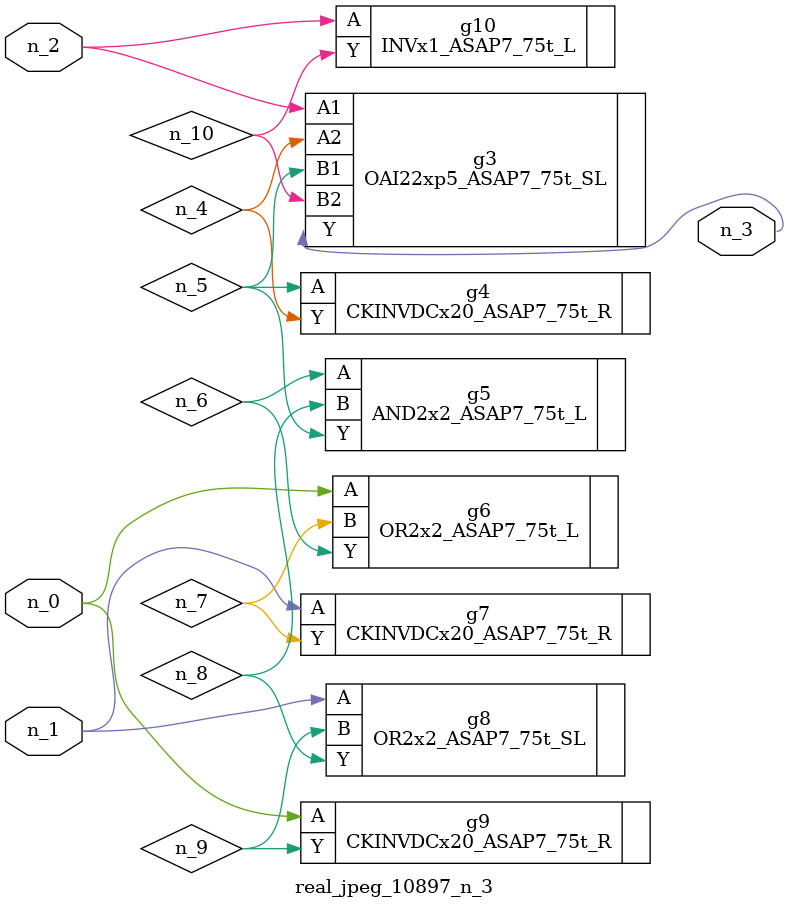
<source format=v>
module real_jpeg_10897_n_3 (n_1, n_0, n_2, n_3);

input n_1;
input n_0;
input n_2;

output n_3;

wire n_5;
wire n_4;
wire n_8;
wire n_6;
wire n_7;
wire n_10;
wire n_9;

OR2x2_ASAP7_75t_L g6 ( 
.A(n_0),
.B(n_7),
.Y(n_6)
);

CKINVDCx20_ASAP7_75t_R g9 ( 
.A(n_0),
.Y(n_9)
);

CKINVDCx20_ASAP7_75t_R g7 ( 
.A(n_1),
.Y(n_7)
);

OR2x2_ASAP7_75t_SL g8 ( 
.A(n_1),
.B(n_9),
.Y(n_8)
);

OAI22xp5_ASAP7_75t_SL g3 ( 
.A1(n_2),
.A2(n_4),
.B1(n_5),
.B2(n_10),
.Y(n_3)
);

INVx1_ASAP7_75t_L g10 ( 
.A(n_2),
.Y(n_10)
);

CKINVDCx20_ASAP7_75t_R g4 ( 
.A(n_5),
.Y(n_4)
);

AND2x2_ASAP7_75t_L g5 ( 
.A(n_6),
.B(n_8),
.Y(n_5)
);


endmodule
</source>
